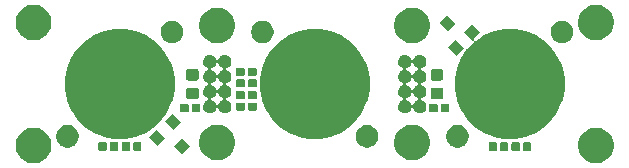
<source format=gbr>
G04 #@! TF.GenerationSoftware,KiCad,Pcbnew,(5.1.4)-1*
G04 #@! TF.CreationDate,2019-12-23T12:12:05-10:00*
G04 #@! TF.ProjectId,SkateLightLEDBoard,536b6174-654c-4696-9768-744c4544426f,rev?*
G04 #@! TF.SameCoordinates,Original*
G04 #@! TF.FileFunction,Soldermask,Top*
G04 #@! TF.FilePolarity,Negative*
%FSLAX46Y46*%
G04 Gerber Fmt 4.6, Leading zero omitted, Abs format (unit mm)*
G04 Created by KiCad (PCBNEW (5.1.4)-1) date 2019-12-23 12:12:05*
%MOMM*%
%LPD*%
G04 APERTURE LIST*
%ADD10C,0.100000*%
G04 APERTURE END LIST*
D10*
G36*
X24107379Y-3724543D02*
G01*
X24253388Y-3753586D01*
X24528464Y-3867526D01*
X24776025Y-4032941D01*
X24986559Y-4243475D01*
X25151974Y-4491036D01*
X25265914Y-4766112D01*
X25265914Y-4766113D01*
X25318251Y-5029225D01*
X25324000Y-5058130D01*
X25324000Y-5355870D01*
X25265914Y-5647888D01*
X25151974Y-5922964D01*
X24986559Y-6170525D01*
X24776025Y-6381059D01*
X24528464Y-6546474D01*
X24253388Y-6660414D01*
X24107379Y-6689457D01*
X23961371Y-6718500D01*
X23663629Y-6718500D01*
X23517621Y-6689457D01*
X23371612Y-6660414D01*
X23096536Y-6546474D01*
X22848975Y-6381059D01*
X22638441Y-6170525D01*
X22473026Y-5922964D01*
X22359086Y-5647888D01*
X22301000Y-5355870D01*
X22301000Y-5058130D01*
X22306750Y-5029225D01*
X22359086Y-4766113D01*
X22359086Y-4766112D01*
X22473026Y-4491036D01*
X22638441Y-4243475D01*
X22848975Y-4032941D01*
X23096536Y-3867526D01*
X23371612Y-3753586D01*
X23517621Y-3724543D01*
X23663629Y-3695500D01*
X23961371Y-3695500D01*
X24107379Y-3724543D01*
X24107379Y-3724543D01*
G37*
G36*
X-23517621Y-3724543D02*
G01*
X-23371612Y-3753586D01*
X-23096536Y-3867526D01*
X-22848975Y-4032941D01*
X-22638441Y-4243475D01*
X-22473026Y-4491036D01*
X-22359086Y-4766112D01*
X-22359086Y-4766113D01*
X-22306749Y-5029225D01*
X-22301000Y-5058130D01*
X-22301000Y-5355870D01*
X-22359086Y-5647888D01*
X-22473026Y-5922964D01*
X-22638441Y-6170525D01*
X-22848975Y-6381059D01*
X-23096536Y-6546474D01*
X-23371612Y-6660414D01*
X-23517621Y-6689457D01*
X-23663629Y-6718500D01*
X-23961371Y-6718500D01*
X-24107379Y-6689457D01*
X-24253388Y-6660414D01*
X-24528464Y-6546474D01*
X-24776025Y-6381059D01*
X-24986559Y-6170525D01*
X-25151974Y-5922964D01*
X-25265914Y-5647888D01*
X-25324000Y-5355870D01*
X-25324000Y-5058130D01*
X-25318250Y-5029225D01*
X-25265914Y-4766113D01*
X-25265914Y-4766112D01*
X-25151974Y-4491036D01*
X-24986559Y-4243475D01*
X-24776025Y-4032941D01*
X-24528464Y-3867526D01*
X-24253388Y-3753586D01*
X-24107379Y-3724543D01*
X-23961371Y-3695500D01*
X-23663629Y-3695500D01*
X-23517621Y-3724543D01*
X-23517621Y-3724543D01*
G37*
G36*
X8549879Y-3470543D02*
G01*
X8695888Y-3499586D01*
X8970964Y-3613526D01*
X9218525Y-3778941D01*
X9429059Y-3989475D01*
X9594474Y-4237036D01*
X9708414Y-4512112D01*
X9709320Y-4516667D01*
X9766500Y-4804129D01*
X9766500Y-5101871D01*
X9754601Y-5161690D01*
X9708414Y-5393888D01*
X9594474Y-5668964D01*
X9429059Y-5916525D01*
X9218525Y-6127059D01*
X8970964Y-6292474D01*
X8695888Y-6406414D01*
X8549879Y-6435457D01*
X8403871Y-6464500D01*
X8106129Y-6464500D01*
X7960121Y-6435457D01*
X7814112Y-6406414D01*
X7539036Y-6292474D01*
X7291475Y-6127059D01*
X7080941Y-5916525D01*
X6915526Y-5668964D01*
X6801586Y-5393888D01*
X6755399Y-5161690D01*
X6743500Y-5101871D01*
X6743500Y-4804129D01*
X6800680Y-4516667D01*
X6801586Y-4512112D01*
X6915526Y-4237036D01*
X7080941Y-3989475D01*
X7291475Y-3778941D01*
X7539036Y-3613526D01*
X7814112Y-3499586D01*
X7960121Y-3470543D01*
X8106129Y-3441500D01*
X8403871Y-3441500D01*
X8549879Y-3470543D01*
X8549879Y-3470543D01*
G37*
G36*
X-7960121Y-3470543D02*
G01*
X-7814112Y-3499586D01*
X-7539036Y-3613526D01*
X-7291475Y-3778941D01*
X-7080941Y-3989475D01*
X-6915526Y-4237036D01*
X-6801586Y-4512112D01*
X-6800680Y-4516667D01*
X-6743500Y-4804129D01*
X-6743500Y-5101871D01*
X-6755399Y-5161690D01*
X-6801586Y-5393888D01*
X-6915526Y-5668964D01*
X-7080941Y-5916525D01*
X-7291475Y-6127059D01*
X-7539036Y-6292474D01*
X-7814112Y-6406414D01*
X-7960121Y-6435457D01*
X-8106129Y-6464500D01*
X-8403871Y-6464500D01*
X-8549879Y-6435457D01*
X-8695888Y-6406414D01*
X-8970964Y-6292474D01*
X-9218525Y-6127059D01*
X-9429059Y-5916525D01*
X-9594474Y-5668964D01*
X-9708414Y-5393888D01*
X-9754601Y-5161690D01*
X-9766500Y-5101871D01*
X-9766500Y-4804129D01*
X-9709320Y-4516667D01*
X-9708414Y-4512112D01*
X-9594474Y-4237036D01*
X-9429059Y-3989475D01*
X-9218525Y-3778941D01*
X-8970964Y-3613526D01*
X-8695888Y-3499586D01*
X-8549879Y-3470543D01*
X-8403871Y-3441500D01*
X-8106129Y-3441500D01*
X-7960121Y-3470543D01*
X-7960121Y-3470543D01*
G37*
G36*
X-10557727Y-5314462D02*
G01*
X-11195538Y-5952273D01*
X-11904059Y-5243752D01*
X-11266248Y-4605941D01*
X-10557727Y-5314462D01*
X-10557727Y-5314462D01*
G37*
G36*
X18234918Y-4940316D02*
G01*
X18255537Y-4946571D01*
X18274533Y-4956724D01*
X18291188Y-4970392D01*
X18304856Y-4987047D01*
X18315009Y-5006043D01*
X18321264Y-5026662D01*
X18323980Y-5054240D01*
X18323980Y-5562960D01*
X18321264Y-5590538D01*
X18315009Y-5611157D01*
X18304856Y-5630153D01*
X18291188Y-5646808D01*
X18274533Y-5660476D01*
X18255537Y-5670629D01*
X18234918Y-5676884D01*
X18207340Y-5679600D01*
X17748620Y-5679600D01*
X17721042Y-5676884D01*
X17700423Y-5670629D01*
X17681427Y-5660476D01*
X17664772Y-5646808D01*
X17651104Y-5630153D01*
X17640951Y-5611157D01*
X17634696Y-5590538D01*
X17631980Y-5562960D01*
X17631980Y-5054240D01*
X17634696Y-5026662D01*
X17640951Y-5006043D01*
X17651104Y-4987047D01*
X17664772Y-4970392D01*
X17681427Y-4956724D01*
X17700423Y-4946571D01*
X17721042Y-4940316D01*
X17748620Y-4937600D01*
X18207340Y-4937600D01*
X18234918Y-4940316D01*
X18234918Y-4940316D01*
G37*
G36*
X17264918Y-4940316D02*
G01*
X17285537Y-4946571D01*
X17304533Y-4956724D01*
X17321188Y-4970392D01*
X17334856Y-4987047D01*
X17345009Y-5006043D01*
X17351264Y-5026662D01*
X17353980Y-5054240D01*
X17353980Y-5562960D01*
X17351264Y-5590538D01*
X17345009Y-5611157D01*
X17334856Y-5630153D01*
X17321188Y-5646808D01*
X17304533Y-5660476D01*
X17285537Y-5670629D01*
X17264918Y-5676884D01*
X17237340Y-5679600D01*
X16778620Y-5679600D01*
X16751042Y-5676884D01*
X16730423Y-5670629D01*
X16711427Y-5660476D01*
X16694772Y-5646808D01*
X16681104Y-5630153D01*
X16670951Y-5611157D01*
X16664696Y-5590538D01*
X16661980Y-5562960D01*
X16661980Y-5054240D01*
X16664696Y-5026662D01*
X16670951Y-5006043D01*
X16681104Y-4987047D01*
X16694772Y-4970392D01*
X16711427Y-4956724D01*
X16730423Y-4946571D01*
X16751042Y-4940316D01*
X16778620Y-4937600D01*
X17237340Y-4937600D01*
X17264918Y-4940316D01*
X17264918Y-4940316D01*
G37*
G36*
X16289418Y-4940316D02*
G01*
X16310037Y-4946571D01*
X16329033Y-4956724D01*
X16345688Y-4970392D01*
X16359356Y-4987047D01*
X16369509Y-5006043D01*
X16375764Y-5026662D01*
X16378480Y-5054240D01*
X16378480Y-5562960D01*
X16375764Y-5590538D01*
X16369509Y-5611157D01*
X16359356Y-5630153D01*
X16345688Y-5646808D01*
X16329033Y-5660476D01*
X16310037Y-5670629D01*
X16289418Y-5676884D01*
X16261840Y-5679600D01*
X15803120Y-5679600D01*
X15775542Y-5676884D01*
X15754923Y-5670629D01*
X15735927Y-5660476D01*
X15719272Y-5646808D01*
X15705604Y-5630153D01*
X15695451Y-5611157D01*
X15689196Y-5590538D01*
X15686480Y-5562960D01*
X15686480Y-5054240D01*
X15689196Y-5026662D01*
X15695451Y-5006043D01*
X15705604Y-4987047D01*
X15719272Y-4970392D01*
X15735927Y-4956724D01*
X15754923Y-4946571D01*
X15775542Y-4940316D01*
X15803120Y-4937600D01*
X16261840Y-4937600D01*
X16289418Y-4940316D01*
X16289418Y-4940316D01*
G37*
G36*
X15319418Y-4940316D02*
G01*
X15340037Y-4946571D01*
X15359033Y-4956724D01*
X15375688Y-4970392D01*
X15389356Y-4987047D01*
X15399509Y-5006043D01*
X15405764Y-5026662D01*
X15408480Y-5054240D01*
X15408480Y-5562960D01*
X15405764Y-5590538D01*
X15399509Y-5611157D01*
X15389356Y-5630153D01*
X15375688Y-5646808D01*
X15359033Y-5660476D01*
X15340037Y-5670629D01*
X15319418Y-5676884D01*
X15291840Y-5679600D01*
X14833120Y-5679600D01*
X14805542Y-5676884D01*
X14784923Y-5670629D01*
X14765927Y-5660476D01*
X14749272Y-5646808D01*
X14735604Y-5630153D01*
X14725451Y-5611157D01*
X14719196Y-5590538D01*
X14716480Y-5562960D01*
X14716480Y-5054240D01*
X14719196Y-5026662D01*
X14725451Y-5006043D01*
X14735604Y-4987047D01*
X14749272Y-4970392D01*
X14765927Y-4956724D01*
X14784923Y-4946571D01*
X14805542Y-4940316D01*
X14833120Y-4937600D01*
X15291840Y-4937600D01*
X15319418Y-4940316D01*
X15319418Y-4940316D01*
G37*
G36*
X-15734762Y-4917456D02*
G01*
X-15714143Y-4923711D01*
X-15695147Y-4933864D01*
X-15678492Y-4947532D01*
X-15664824Y-4964187D01*
X-15654671Y-4983183D01*
X-15648416Y-5003802D01*
X-15645700Y-5031380D01*
X-15645700Y-5540100D01*
X-15648416Y-5567678D01*
X-15654671Y-5588297D01*
X-15664824Y-5607293D01*
X-15678492Y-5623948D01*
X-15695147Y-5637616D01*
X-15714143Y-5647769D01*
X-15734762Y-5654024D01*
X-15762340Y-5656740D01*
X-16221060Y-5656740D01*
X-16248638Y-5654024D01*
X-16269257Y-5647769D01*
X-16288253Y-5637616D01*
X-16304908Y-5623948D01*
X-16318576Y-5607293D01*
X-16328729Y-5588297D01*
X-16334984Y-5567678D01*
X-16337700Y-5540100D01*
X-16337700Y-5031380D01*
X-16334984Y-5003802D01*
X-16328729Y-4983183D01*
X-16318576Y-4964187D01*
X-16304908Y-4947532D01*
X-16288253Y-4933864D01*
X-16269257Y-4923711D01*
X-16248638Y-4917456D01*
X-16221060Y-4914740D01*
X-15762340Y-4914740D01*
X-15734762Y-4917456D01*
X-15734762Y-4917456D01*
G37*
G36*
X-17703262Y-4917456D02*
G01*
X-17682643Y-4923711D01*
X-17663647Y-4933864D01*
X-17646992Y-4947532D01*
X-17633324Y-4964187D01*
X-17623171Y-4983183D01*
X-17616916Y-5003802D01*
X-17614200Y-5031380D01*
X-17614200Y-5540100D01*
X-17616916Y-5567678D01*
X-17623171Y-5588297D01*
X-17633324Y-5607293D01*
X-17646992Y-5623948D01*
X-17663647Y-5637616D01*
X-17682643Y-5647769D01*
X-17703262Y-5654024D01*
X-17730840Y-5656740D01*
X-18189560Y-5656740D01*
X-18217138Y-5654024D01*
X-18237757Y-5647769D01*
X-18256753Y-5637616D01*
X-18273408Y-5623948D01*
X-18287076Y-5607293D01*
X-18297229Y-5588297D01*
X-18303484Y-5567678D01*
X-18306200Y-5540100D01*
X-18306200Y-5031380D01*
X-18303484Y-5003802D01*
X-18297229Y-4983183D01*
X-18287076Y-4964187D01*
X-18273408Y-4947532D01*
X-18256753Y-4933864D01*
X-18237757Y-4923711D01*
X-18217138Y-4917456D01*
X-18189560Y-4914740D01*
X-17730840Y-4914740D01*
X-17703262Y-4917456D01*
X-17703262Y-4917456D01*
G37*
G36*
X-16733262Y-4917456D02*
G01*
X-16712643Y-4923711D01*
X-16693647Y-4933864D01*
X-16676992Y-4947532D01*
X-16663324Y-4964187D01*
X-16653171Y-4983183D01*
X-16646916Y-5003802D01*
X-16644200Y-5031380D01*
X-16644200Y-5540100D01*
X-16646916Y-5567678D01*
X-16653171Y-5588297D01*
X-16663324Y-5607293D01*
X-16676992Y-5623948D01*
X-16693647Y-5637616D01*
X-16712643Y-5647769D01*
X-16733262Y-5654024D01*
X-16760840Y-5656740D01*
X-17219560Y-5656740D01*
X-17247138Y-5654024D01*
X-17267757Y-5647769D01*
X-17286753Y-5637616D01*
X-17303408Y-5623948D01*
X-17317076Y-5607293D01*
X-17327229Y-5588297D01*
X-17333484Y-5567678D01*
X-17336200Y-5540100D01*
X-17336200Y-5031380D01*
X-17333484Y-5003802D01*
X-17327229Y-4983183D01*
X-17317076Y-4964187D01*
X-17303408Y-4947532D01*
X-17286753Y-4933864D01*
X-17267757Y-4923711D01*
X-17247138Y-4917456D01*
X-17219560Y-4914740D01*
X-16760840Y-4914740D01*
X-16733262Y-4917456D01*
X-16733262Y-4917456D01*
G37*
G36*
X-14764762Y-4917456D02*
G01*
X-14744143Y-4923711D01*
X-14725147Y-4933864D01*
X-14708492Y-4947532D01*
X-14694824Y-4964187D01*
X-14684671Y-4983183D01*
X-14678416Y-5003802D01*
X-14675700Y-5031380D01*
X-14675700Y-5540100D01*
X-14678416Y-5567678D01*
X-14684671Y-5588297D01*
X-14694824Y-5607293D01*
X-14708492Y-5623948D01*
X-14725147Y-5637616D01*
X-14744143Y-5647769D01*
X-14764762Y-5654024D01*
X-14792340Y-5656740D01*
X-15251060Y-5656740D01*
X-15278638Y-5654024D01*
X-15299257Y-5647769D01*
X-15318253Y-5637616D01*
X-15334908Y-5623948D01*
X-15348576Y-5607293D01*
X-15358729Y-5588297D01*
X-15364984Y-5567678D01*
X-15367700Y-5540100D01*
X-15367700Y-5031380D01*
X-15364984Y-5003802D01*
X-15358729Y-4983183D01*
X-15348576Y-4964187D01*
X-15334908Y-4947532D01*
X-15318253Y-4933864D01*
X-15299257Y-4923711D01*
X-15278638Y-4917456D01*
X-15251060Y-4914740D01*
X-14792340Y-4914740D01*
X-14764762Y-4917456D01*
X-14764762Y-4917456D01*
G37*
G36*
X-20655605Y-3508546D02*
G01*
X-20482534Y-3580234D01*
X-20482533Y-3580235D01*
X-20326773Y-3684310D01*
X-20194310Y-3816773D01*
X-20194309Y-3816775D01*
X-20090234Y-3972534D01*
X-20018546Y-4145605D01*
X-19982000Y-4329333D01*
X-19982000Y-4516667D01*
X-20018546Y-4700395D01*
X-20090234Y-4873466D01*
X-20123807Y-4923711D01*
X-20194310Y-5029227D01*
X-20326773Y-5161690D01*
X-20398790Y-5209810D01*
X-20482534Y-5265766D01*
X-20655605Y-5337454D01*
X-20839333Y-5374000D01*
X-21026667Y-5374000D01*
X-21210395Y-5337454D01*
X-21383466Y-5265766D01*
X-21467210Y-5209810D01*
X-21539227Y-5161690D01*
X-21671690Y-5029227D01*
X-21742193Y-4923711D01*
X-21775766Y-4873466D01*
X-21847454Y-4700395D01*
X-21884000Y-4516667D01*
X-21884000Y-4329333D01*
X-21847454Y-4145605D01*
X-21775766Y-3972534D01*
X-21671691Y-3816775D01*
X-21671690Y-3816773D01*
X-21539227Y-3684310D01*
X-21383467Y-3580235D01*
X-21383466Y-3580234D01*
X-21210395Y-3508546D01*
X-21026667Y-3472000D01*
X-20839333Y-3472000D01*
X-20655605Y-3508546D01*
X-20655605Y-3508546D01*
G37*
G36*
X4700395Y-3508546D02*
G01*
X4873466Y-3580234D01*
X4873467Y-3580235D01*
X5029227Y-3684310D01*
X5161690Y-3816773D01*
X5161691Y-3816775D01*
X5265766Y-3972534D01*
X5337454Y-4145605D01*
X5374000Y-4329333D01*
X5374000Y-4516667D01*
X5337454Y-4700395D01*
X5265766Y-4873466D01*
X5232193Y-4923711D01*
X5161690Y-5029227D01*
X5029227Y-5161690D01*
X4957210Y-5209810D01*
X4873466Y-5265766D01*
X4700395Y-5337454D01*
X4516667Y-5374000D01*
X4329333Y-5374000D01*
X4145605Y-5337454D01*
X3972534Y-5265766D01*
X3888790Y-5209810D01*
X3816773Y-5161690D01*
X3684310Y-5029227D01*
X3613807Y-4923711D01*
X3580234Y-4873466D01*
X3508546Y-4700395D01*
X3472000Y-4516667D01*
X3472000Y-4329333D01*
X3508546Y-4145605D01*
X3580234Y-3972534D01*
X3684309Y-3816775D01*
X3684310Y-3816773D01*
X3816773Y-3684310D01*
X3972533Y-3580235D01*
X3972534Y-3580234D01*
X4145605Y-3508546D01*
X4329333Y-3472000D01*
X4516667Y-3472000D01*
X4700395Y-3508546D01*
X4700395Y-3508546D01*
G37*
G36*
X12364395Y-3508546D02*
G01*
X12537466Y-3580234D01*
X12537467Y-3580235D01*
X12693227Y-3684310D01*
X12825690Y-3816773D01*
X12825691Y-3816775D01*
X12929766Y-3972534D01*
X13001454Y-4145605D01*
X13038000Y-4329333D01*
X13038000Y-4516667D01*
X13001454Y-4700395D01*
X12929766Y-4873466D01*
X12896193Y-4923711D01*
X12825690Y-5029227D01*
X12693227Y-5161690D01*
X12621210Y-5209810D01*
X12537466Y-5265766D01*
X12364395Y-5337454D01*
X12180667Y-5374000D01*
X11993333Y-5374000D01*
X11809605Y-5337454D01*
X11636534Y-5265766D01*
X11552790Y-5209810D01*
X11480773Y-5161690D01*
X11348310Y-5029227D01*
X11277807Y-4923711D01*
X11244234Y-4873466D01*
X11172546Y-4700395D01*
X11136000Y-4516667D01*
X11136000Y-4329333D01*
X11172546Y-4145605D01*
X11244234Y-3972534D01*
X11348309Y-3816775D01*
X11348310Y-3816773D01*
X11480773Y-3684310D01*
X11636533Y-3580235D01*
X11636534Y-3580234D01*
X11809605Y-3508546D01*
X11993333Y-3472000D01*
X12180667Y-3472000D01*
X12364395Y-3508546D01*
X12364395Y-3508546D01*
G37*
G36*
X-12643692Y-4572000D02*
G01*
X-13281503Y-5209811D01*
X-13990024Y-4501290D01*
X-13352213Y-3863479D01*
X-12643692Y-4572000D01*
X-12643692Y-4572000D01*
G37*
G36*
X13990024Y4374290D02*
G01*
X13487964Y3872230D01*
X13472424Y3853294D01*
X13460873Y3831683D01*
X13453760Y3808234D01*
X13451358Y3783848D01*
X13453760Y3759462D01*
X13460873Y3736013D01*
X13472424Y3714402D01*
X13487969Y3695460D01*
X13506911Y3679915D01*
X13528522Y3668364D01*
X13551971Y3661251D01*
X13576357Y3658849D01*
X13600743Y3661251D01*
X13624192Y3668364D01*
X13645803Y3679915D01*
X13872940Y3831683D01*
X14306925Y4121663D01*
X14916822Y4374290D01*
X15153354Y4472265D01*
X16051915Y4651000D01*
X16968085Y4651000D01*
X17866646Y4472265D01*
X18103178Y4374290D01*
X18713075Y4121663D01*
X19290240Y3736013D01*
X19474839Y3612668D01*
X20122668Y2964839D01*
X20175475Y2885808D01*
X20631663Y2203075D01*
X20812650Y1766133D01*
X20982265Y1356646D01*
X21161000Y458085D01*
X21161000Y-458085D01*
X20982265Y-1356646D01*
X20896401Y-1563940D01*
X20631663Y-2203075D01*
X20419916Y-2519976D01*
X20122668Y-2964839D01*
X19474839Y-3612668D01*
X19367619Y-3684310D01*
X18713075Y-4121663D01*
X18217249Y-4327041D01*
X17866646Y-4472265D01*
X16968085Y-4651000D01*
X16051915Y-4651000D01*
X15153354Y-4472265D01*
X14802751Y-4327041D01*
X14306925Y-4121663D01*
X13652381Y-3684310D01*
X13545161Y-3612668D01*
X12897332Y-2964839D01*
X12600084Y-2519976D01*
X12388337Y-2203075D01*
X12123599Y-1563940D01*
X12037735Y-1356646D01*
X11859000Y-458085D01*
X11859000Y458085D01*
X12037735Y1356646D01*
X12207350Y1766133D01*
X12388337Y2203075D01*
X12830085Y2864197D01*
X12841636Y2885808D01*
X12848749Y2909257D01*
X12851108Y2933205D01*
X12852735Y2933699D01*
X12874346Y2945250D01*
X12893288Y2960795D01*
X13422205Y3489712D01*
X13437750Y3508654D01*
X13449301Y3530265D01*
X13456414Y3553714D01*
X13458816Y3578100D01*
X13456414Y3602486D01*
X13449301Y3625935D01*
X13437750Y3647546D01*
X13422205Y3666488D01*
X13352214Y3736480D01*
X13352213Y3736479D01*
X12643692Y4445000D01*
X13281503Y5082811D01*
X13990024Y4374290D01*
X13990024Y4374290D01*
G37*
G36*
X1356646Y4472265D02*
G01*
X1593178Y4374290D01*
X2203075Y4121663D01*
X2780240Y3736013D01*
X2964839Y3612668D01*
X3612668Y2964839D01*
X3665475Y2885808D01*
X4121663Y2203075D01*
X4302650Y1766133D01*
X4472265Y1356646D01*
X4651000Y458085D01*
X4651000Y-458085D01*
X4472265Y-1356646D01*
X4386401Y-1563940D01*
X4121663Y-2203075D01*
X3909916Y-2519976D01*
X3612668Y-2964839D01*
X2964839Y-3612668D01*
X2857619Y-3684310D01*
X2203075Y-4121663D01*
X1707249Y-4327041D01*
X1356646Y-4472265D01*
X458085Y-4651000D01*
X-458085Y-4651000D01*
X-1356646Y-4472265D01*
X-1707249Y-4327041D01*
X-2203075Y-4121663D01*
X-2857619Y-3684310D01*
X-2964839Y-3612668D01*
X-3612668Y-2964839D01*
X-3909916Y-2519976D01*
X-4121663Y-2203075D01*
X-4386401Y-1563940D01*
X-4472265Y-1356646D01*
X-4651000Y-458085D01*
X-4651000Y458085D01*
X-4472265Y1356646D01*
X-4302650Y1766133D01*
X-4121663Y2203075D01*
X-3665475Y2885808D01*
X-3612668Y2964839D01*
X-2964839Y3612668D01*
X-2780240Y3736013D01*
X-2203075Y4121663D01*
X-1593178Y4374290D01*
X-1356646Y4472265D01*
X-458085Y4651000D01*
X458085Y4651000D01*
X1356646Y4472265D01*
X1356646Y4472265D01*
G37*
G36*
X-15153354Y4472265D02*
G01*
X-14916822Y4374290D01*
X-14306925Y4121663D01*
X-13729760Y3736013D01*
X-13545161Y3612668D01*
X-12897332Y2964839D01*
X-12844525Y2885808D01*
X-12388337Y2203075D01*
X-12207350Y1766133D01*
X-12037735Y1356646D01*
X-11859000Y458085D01*
X-11859000Y-458085D01*
X-12037735Y-1356646D01*
X-12123599Y-1563940D01*
X-12388337Y-2203075D01*
X-12600084Y-2519976D01*
X-12897332Y-2964839D01*
X-13545161Y-3612668D01*
X-13652381Y-3684310D01*
X-14306925Y-4121663D01*
X-14802751Y-4327041D01*
X-15153354Y-4472265D01*
X-16051915Y-4651000D01*
X-16968085Y-4651000D01*
X-17866646Y-4472265D01*
X-18217249Y-4327041D01*
X-18713075Y-4121663D01*
X-19367619Y-3684310D01*
X-19474839Y-3612668D01*
X-20122668Y-2964839D01*
X-20419916Y-2519976D01*
X-20631663Y-2203075D01*
X-20896401Y-1563940D01*
X-20982265Y-1356646D01*
X-21161000Y-458085D01*
X-21161000Y458085D01*
X-20982265Y1356646D01*
X-20812650Y1766133D01*
X-20631663Y2203075D01*
X-20175475Y2885808D01*
X-20122668Y2964839D01*
X-19474839Y3612668D01*
X-19290240Y3736013D01*
X-18713075Y4121663D01*
X-18103178Y4374290D01*
X-17866646Y4472265D01*
X-16968085Y4651000D01*
X-16051915Y4651000D01*
X-15153354Y4472265D01*
X-15153354Y4472265D01*
G37*
G36*
X-11300189Y-3228497D02*
G01*
X-11938000Y-3866308D01*
X-12646521Y-3157787D01*
X-12008710Y-2519976D01*
X-11300189Y-3228497D01*
X-11300189Y-3228497D01*
G37*
G36*
X7783051Y2442520D02*
G01*
X7833920Y2421449D01*
X7884786Y2400380D01*
X7976342Y2339204D01*
X8054204Y2261342D01*
X8115380Y2169786D01*
X8139516Y2111515D01*
X8151068Y2089905D01*
X8166613Y2070963D01*
X8185555Y2055418D01*
X8207166Y2043867D01*
X8230615Y2036754D01*
X8255001Y2034352D01*
X8279387Y2036754D01*
X8302836Y2043867D01*
X8324446Y2055419D01*
X8343388Y2070964D01*
X8358933Y2089906D01*
X8370484Y2111515D01*
X8394620Y2169786D01*
X8455796Y2261342D01*
X8533658Y2339204D01*
X8625214Y2400380D01*
X8676080Y2421449D01*
X8726949Y2442520D01*
X8834941Y2464000D01*
X8945059Y2464000D01*
X9053051Y2442520D01*
X9103920Y2421449D01*
X9154786Y2400380D01*
X9246342Y2339204D01*
X9324204Y2261342D01*
X9385380Y2169786D01*
X9406449Y2118920D01*
X9427520Y2068051D01*
X9449000Y1960059D01*
X9449000Y1849941D01*
X9427520Y1741949D01*
X9418467Y1720094D01*
X9385380Y1640214D01*
X9324204Y1548658D01*
X9246342Y1470796D01*
X9154786Y1409620D01*
X9096515Y1385484D01*
X9074905Y1373932D01*
X9055963Y1358387D01*
X9040418Y1339445D01*
X9028867Y1317834D01*
X9021754Y1294385D01*
X9019352Y1269999D01*
X9021754Y1245613D01*
X9028867Y1222164D01*
X9040419Y1200554D01*
X9055964Y1181612D01*
X9074906Y1166067D01*
X9096513Y1154517D01*
X9154786Y1130380D01*
X9246342Y1069204D01*
X9324204Y991342D01*
X9385380Y899786D01*
X9403699Y855560D01*
X9427520Y798051D01*
X9449000Y690059D01*
X9449000Y579941D01*
X9427520Y471949D01*
X9409516Y428485D01*
X9385380Y370214D01*
X9324204Y278658D01*
X9246342Y200796D01*
X9154786Y139620D01*
X9096515Y115484D01*
X9074905Y103932D01*
X9055963Y88387D01*
X9040418Y69445D01*
X9028867Y47834D01*
X9021754Y24385D01*
X9019352Y-1D01*
X9021754Y-24387D01*
X9028867Y-47836D01*
X9040419Y-69446D01*
X9055964Y-88388D01*
X9074906Y-103933D01*
X9096513Y-115483D01*
X9154786Y-139620D01*
X9246342Y-200796D01*
X9324204Y-278658D01*
X9385380Y-370214D01*
X9402452Y-411431D01*
X9427520Y-471949D01*
X9449000Y-579941D01*
X9449000Y-690059D01*
X9427520Y-798051D01*
X9418467Y-819906D01*
X9385380Y-899786D01*
X9324204Y-991342D01*
X9246342Y-1069204D01*
X9154786Y-1130380D01*
X9096515Y-1154516D01*
X9074905Y-1166068D01*
X9055963Y-1181613D01*
X9040418Y-1200555D01*
X9028867Y-1222166D01*
X9021754Y-1245615D01*
X9019352Y-1270001D01*
X9021754Y-1294387D01*
X9028867Y-1317836D01*
X9040419Y-1339446D01*
X9055964Y-1358388D01*
X9074906Y-1373933D01*
X9096513Y-1385483D01*
X9154786Y-1409620D01*
X9246342Y-1470796D01*
X9324204Y-1548658D01*
X9385380Y-1640214D01*
X9398022Y-1670736D01*
X9427520Y-1741949D01*
X9449000Y-1849941D01*
X9449000Y-1960059D01*
X9427520Y-2068051D01*
X9418467Y-2089906D01*
X9385380Y-2169786D01*
X9324204Y-2261342D01*
X9246342Y-2339204D01*
X9154786Y-2400380D01*
X9103920Y-2421449D01*
X9053051Y-2442520D01*
X8945059Y-2464000D01*
X8834941Y-2464000D01*
X8726949Y-2442520D01*
X8676080Y-2421449D01*
X8625214Y-2400380D01*
X8533658Y-2339204D01*
X8455796Y-2261342D01*
X8394620Y-2169786D01*
X8370483Y-2111513D01*
X8358932Y-2089905D01*
X8343387Y-2070963D01*
X8324445Y-2055418D01*
X8302834Y-2043867D01*
X8279385Y-2036754D01*
X8254999Y-2034352D01*
X8230613Y-2036754D01*
X8207164Y-2043867D01*
X8185554Y-2055419D01*
X8166612Y-2070964D01*
X8151067Y-2089906D01*
X8139517Y-2111513D01*
X8115380Y-2169786D01*
X8054204Y-2261342D01*
X7976342Y-2339204D01*
X7884786Y-2400380D01*
X7833920Y-2421449D01*
X7783051Y-2442520D01*
X7675059Y-2464000D01*
X7564941Y-2464000D01*
X7456949Y-2442520D01*
X7406080Y-2421449D01*
X7355214Y-2400380D01*
X7263658Y-2339204D01*
X7185796Y-2261342D01*
X7124620Y-2169786D01*
X7091533Y-2089906D01*
X7082480Y-2068051D01*
X7061000Y-1960059D01*
X7061000Y-1849941D01*
X7082480Y-1741949D01*
X7111978Y-1670736D01*
X7124620Y-1640214D01*
X7185796Y-1548658D01*
X7263658Y-1470796D01*
X7355214Y-1409620D01*
X7413487Y-1385483D01*
X7435095Y-1373932D01*
X7454037Y-1358387D01*
X7469582Y-1339445D01*
X7481133Y-1317834D01*
X7488246Y-1294385D01*
X7490647Y-1270001D01*
X7749352Y-1270001D01*
X7751754Y-1294387D01*
X7758867Y-1317836D01*
X7770419Y-1339446D01*
X7785964Y-1358388D01*
X7804906Y-1373933D01*
X7826513Y-1385483D01*
X7884786Y-1409620D01*
X7976342Y-1470796D01*
X8054204Y-1548658D01*
X8115380Y-1640214D01*
X8136066Y-1690156D01*
X8139516Y-1698485D01*
X8151068Y-1720095D01*
X8166613Y-1739037D01*
X8185555Y-1754582D01*
X8207166Y-1766133D01*
X8230615Y-1773246D01*
X8255001Y-1775648D01*
X8279387Y-1773246D01*
X8302836Y-1766133D01*
X8324446Y-1754581D01*
X8343388Y-1739036D01*
X8358933Y-1720094D01*
X8370484Y-1698485D01*
X8373934Y-1690156D01*
X8394620Y-1640214D01*
X8455796Y-1548658D01*
X8533658Y-1470796D01*
X8625214Y-1409620D01*
X8683487Y-1385483D01*
X8705095Y-1373932D01*
X8724037Y-1358387D01*
X8739582Y-1339445D01*
X8751133Y-1317834D01*
X8758246Y-1294385D01*
X8760648Y-1269999D01*
X8758246Y-1245613D01*
X8751133Y-1222164D01*
X8739581Y-1200554D01*
X8724036Y-1181612D01*
X8705094Y-1166067D01*
X8683485Y-1154516D01*
X8625214Y-1130380D01*
X8533658Y-1069204D01*
X8455796Y-991342D01*
X8394620Y-899786D01*
X8370483Y-841513D01*
X8358932Y-819905D01*
X8343387Y-800963D01*
X8324445Y-785418D01*
X8302834Y-773867D01*
X8279385Y-766754D01*
X8254999Y-764352D01*
X8230613Y-766754D01*
X8207164Y-773867D01*
X8185554Y-785419D01*
X8166612Y-800964D01*
X8151067Y-819906D01*
X8139517Y-841513D01*
X8115380Y-899786D01*
X8054204Y-991342D01*
X7976342Y-1069204D01*
X7884786Y-1130380D01*
X7826515Y-1154516D01*
X7804905Y-1166068D01*
X7785963Y-1181613D01*
X7770418Y-1200555D01*
X7758867Y-1222166D01*
X7751754Y-1245615D01*
X7749352Y-1270001D01*
X7490647Y-1270001D01*
X7490648Y-1269999D01*
X7488246Y-1245613D01*
X7481133Y-1222164D01*
X7469581Y-1200554D01*
X7454036Y-1181612D01*
X7435094Y-1166067D01*
X7413485Y-1154516D01*
X7355214Y-1130380D01*
X7263658Y-1069204D01*
X7185796Y-991342D01*
X7124620Y-899786D01*
X7091533Y-819906D01*
X7082480Y-798051D01*
X7061000Y-690059D01*
X7061000Y-579941D01*
X7082480Y-471949D01*
X7107548Y-411431D01*
X7124620Y-370214D01*
X7185796Y-278658D01*
X7263658Y-200796D01*
X7355214Y-139620D01*
X7413487Y-115483D01*
X7435095Y-103932D01*
X7454037Y-88387D01*
X7469582Y-69445D01*
X7481133Y-47834D01*
X7488246Y-24385D01*
X7490647Y-1D01*
X7749352Y-1D01*
X7751754Y-24387D01*
X7758867Y-47836D01*
X7770419Y-69446D01*
X7785964Y-88388D01*
X7804906Y-103933D01*
X7826513Y-115483D01*
X7884786Y-139620D01*
X7976342Y-200796D01*
X8054204Y-278658D01*
X8115380Y-370214D01*
X8132452Y-411431D01*
X8139516Y-428485D01*
X8151068Y-450095D01*
X8166613Y-469037D01*
X8185555Y-484582D01*
X8207166Y-496133D01*
X8230615Y-503246D01*
X8255001Y-505648D01*
X8279387Y-503246D01*
X8302836Y-496133D01*
X8324446Y-484581D01*
X8343388Y-469036D01*
X8358933Y-450094D01*
X8370484Y-428485D01*
X8377548Y-411431D01*
X8394620Y-370214D01*
X8455796Y-278658D01*
X8533658Y-200796D01*
X8625214Y-139620D01*
X8683487Y-115483D01*
X8705095Y-103932D01*
X8724037Y-88387D01*
X8739582Y-69445D01*
X8751133Y-47834D01*
X8758246Y-24385D01*
X8760648Y1D01*
X8758246Y24387D01*
X8751133Y47836D01*
X8739581Y69446D01*
X8724036Y88388D01*
X8705094Y103933D01*
X8683485Y115484D01*
X8625214Y139620D01*
X8533658Y200796D01*
X8455796Y278658D01*
X8394620Y370214D01*
X8370483Y428487D01*
X8358932Y450095D01*
X8343387Y469037D01*
X8324445Y484582D01*
X8302834Y496133D01*
X8279385Y503246D01*
X8254999Y505648D01*
X8230613Y503246D01*
X8207164Y496133D01*
X8185554Y484581D01*
X8166612Y469036D01*
X8151067Y450094D01*
X8139517Y428487D01*
X8115380Y370214D01*
X8054204Y278658D01*
X7976342Y200796D01*
X7884786Y139620D01*
X7826515Y115484D01*
X7804905Y103932D01*
X7785963Y88387D01*
X7770418Y69445D01*
X7758867Y47834D01*
X7751754Y24385D01*
X7749352Y-1D01*
X7490647Y-1D01*
X7490648Y1D01*
X7488246Y24387D01*
X7481133Y47836D01*
X7469581Y69446D01*
X7454036Y88388D01*
X7435094Y103933D01*
X7413485Y115484D01*
X7355214Y139620D01*
X7263658Y200796D01*
X7185796Y278658D01*
X7124620Y370214D01*
X7100484Y428485D01*
X7082480Y471949D01*
X7061000Y579941D01*
X7061000Y690059D01*
X7082480Y798051D01*
X7106301Y855560D01*
X7124620Y899786D01*
X7185796Y991342D01*
X7263658Y1069204D01*
X7355214Y1130380D01*
X7413487Y1154517D01*
X7435095Y1166068D01*
X7454037Y1181613D01*
X7469582Y1200555D01*
X7481133Y1222166D01*
X7488246Y1245615D01*
X7490647Y1269999D01*
X7749352Y1269999D01*
X7751754Y1245613D01*
X7758867Y1222164D01*
X7770419Y1200554D01*
X7785964Y1181612D01*
X7804906Y1166067D01*
X7826513Y1154517D01*
X7884786Y1130380D01*
X7976342Y1069204D01*
X8054204Y991342D01*
X8115380Y899786D01*
X8139516Y841515D01*
X8151068Y819905D01*
X8166613Y800963D01*
X8185555Y785418D01*
X8207166Y773867D01*
X8230615Y766754D01*
X8255001Y764352D01*
X8279387Y766754D01*
X8302836Y773867D01*
X8324446Y785419D01*
X8343388Y800964D01*
X8358933Y819906D01*
X8370484Y841515D01*
X8394620Y899786D01*
X8455796Y991342D01*
X8533658Y1069204D01*
X8625214Y1130380D01*
X8683487Y1154517D01*
X8705095Y1166068D01*
X8724037Y1181613D01*
X8739582Y1200555D01*
X8751133Y1222166D01*
X8758246Y1245615D01*
X8760648Y1270001D01*
X8758246Y1294387D01*
X8751133Y1317836D01*
X8739581Y1339446D01*
X8724036Y1358388D01*
X8705094Y1373933D01*
X8683485Y1385484D01*
X8625214Y1409620D01*
X8533658Y1470796D01*
X8455796Y1548658D01*
X8394620Y1640214D01*
X8370483Y1698487D01*
X8358932Y1720095D01*
X8343387Y1739037D01*
X8324445Y1754582D01*
X8302834Y1766133D01*
X8279385Y1773246D01*
X8254999Y1775648D01*
X8230613Y1773246D01*
X8207164Y1766133D01*
X8185554Y1754581D01*
X8166612Y1739036D01*
X8151067Y1720094D01*
X8139517Y1698487D01*
X8115380Y1640214D01*
X8054204Y1548658D01*
X7976342Y1470796D01*
X7884786Y1409620D01*
X7826515Y1385484D01*
X7804905Y1373932D01*
X7785963Y1358387D01*
X7770418Y1339445D01*
X7758867Y1317834D01*
X7751754Y1294385D01*
X7749352Y1269999D01*
X7490647Y1269999D01*
X7490648Y1270001D01*
X7488246Y1294387D01*
X7481133Y1317836D01*
X7469581Y1339446D01*
X7454036Y1358388D01*
X7435094Y1373933D01*
X7413485Y1385484D01*
X7355214Y1409620D01*
X7263658Y1470796D01*
X7185796Y1548658D01*
X7124620Y1640214D01*
X7091533Y1720094D01*
X7082480Y1741949D01*
X7061000Y1849941D01*
X7061000Y1960059D01*
X7082480Y2068051D01*
X7103551Y2118920D01*
X7124620Y2169786D01*
X7185796Y2261342D01*
X7263658Y2339204D01*
X7355214Y2400380D01*
X7406080Y2421449D01*
X7456949Y2442520D01*
X7564941Y2464000D01*
X7675059Y2464000D01*
X7783051Y2442520D01*
X7783051Y2442520D01*
G37*
G36*
X-8726949Y2442520D02*
G01*
X-8676080Y2421449D01*
X-8625214Y2400380D01*
X-8533658Y2339204D01*
X-8455796Y2261342D01*
X-8394620Y2169786D01*
X-8370484Y2111515D01*
X-8358932Y2089905D01*
X-8343387Y2070963D01*
X-8324445Y2055418D01*
X-8302834Y2043867D01*
X-8279385Y2036754D01*
X-8254999Y2034352D01*
X-8230613Y2036754D01*
X-8207164Y2043867D01*
X-8185554Y2055419D01*
X-8166612Y2070964D01*
X-8151067Y2089906D01*
X-8139516Y2111515D01*
X-8115380Y2169786D01*
X-8054204Y2261342D01*
X-7976342Y2339204D01*
X-7884786Y2400380D01*
X-7833920Y2421449D01*
X-7783051Y2442520D01*
X-7675059Y2464000D01*
X-7564941Y2464000D01*
X-7456949Y2442520D01*
X-7406080Y2421449D01*
X-7355214Y2400380D01*
X-7263658Y2339204D01*
X-7185796Y2261342D01*
X-7124620Y2169786D01*
X-7103551Y2118920D01*
X-7082480Y2068051D01*
X-7061000Y1960059D01*
X-7061000Y1849941D01*
X-7082480Y1741949D01*
X-7091533Y1720094D01*
X-7124620Y1640214D01*
X-7185796Y1548658D01*
X-7263658Y1470796D01*
X-7355214Y1409620D01*
X-7413485Y1385484D01*
X-7435095Y1373932D01*
X-7454037Y1358387D01*
X-7469582Y1339445D01*
X-7481133Y1317834D01*
X-7488246Y1294385D01*
X-7490648Y1269999D01*
X-7488246Y1245613D01*
X-7481133Y1222164D01*
X-7469581Y1200554D01*
X-7454036Y1181612D01*
X-7435094Y1166067D01*
X-7413487Y1154517D01*
X-7355214Y1130380D01*
X-7263658Y1069204D01*
X-7185796Y991342D01*
X-7124620Y899786D01*
X-7106301Y855560D01*
X-7082480Y798051D01*
X-7061000Y690059D01*
X-7061000Y579941D01*
X-7082480Y471949D01*
X-7100484Y428485D01*
X-7124620Y370214D01*
X-7185796Y278658D01*
X-7263658Y200796D01*
X-7355214Y139620D01*
X-7413485Y115484D01*
X-7435095Y103932D01*
X-7454037Y88387D01*
X-7469582Y69445D01*
X-7481133Y47834D01*
X-7488246Y24385D01*
X-7490648Y-1D01*
X-7488246Y-24387D01*
X-7481133Y-47836D01*
X-7469581Y-69446D01*
X-7454036Y-88388D01*
X-7435094Y-103933D01*
X-7413487Y-115483D01*
X-7355214Y-139620D01*
X-7263658Y-200796D01*
X-7185796Y-278658D01*
X-7124620Y-370214D01*
X-7107548Y-411431D01*
X-7082480Y-471949D01*
X-7061000Y-579941D01*
X-7061000Y-690059D01*
X-7082480Y-798051D01*
X-7091533Y-819906D01*
X-7124620Y-899786D01*
X-7185796Y-991342D01*
X-7263658Y-1069204D01*
X-7355214Y-1130380D01*
X-7413485Y-1154516D01*
X-7435095Y-1166068D01*
X-7454037Y-1181613D01*
X-7469582Y-1200555D01*
X-7481133Y-1222166D01*
X-7488246Y-1245615D01*
X-7490648Y-1270001D01*
X-7488246Y-1294387D01*
X-7481133Y-1317836D01*
X-7469581Y-1339446D01*
X-7454036Y-1358388D01*
X-7435094Y-1373933D01*
X-7413487Y-1385483D01*
X-7355214Y-1409620D01*
X-7263658Y-1470796D01*
X-7185796Y-1548658D01*
X-7124620Y-1640214D01*
X-7111978Y-1670736D01*
X-7082480Y-1741949D01*
X-7061000Y-1849941D01*
X-7061000Y-1960059D01*
X-7082480Y-2068051D01*
X-7091533Y-2089906D01*
X-7124620Y-2169786D01*
X-7185796Y-2261342D01*
X-7263658Y-2339204D01*
X-7355214Y-2400380D01*
X-7406080Y-2421449D01*
X-7456949Y-2442520D01*
X-7564941Y-2464000D01*
X-7675059Y-2464000D01*
X-7783051Y-2442520D01*
X-7833920Y-2421449D01*
X-7884786Y-2400380D01*
X-7976342Y-2339204D01*
X-8054204Y-2261342D01*
X-8115380Y-2169786D01*
X-8139517Y-2111513D01*
X-8151068Y-2089905D01*
X-8166613Y-2070963D01*
X-8185555Y-2055418D01*
X-8207166Y-2043867D01*
X-8230615Y-2036754D01*
X-8255001Y-2034352D01*
X-8279387Y-2036754D01*
X-8302836Y-2043867D01*
X-8324446Y-2055419D01*
X-8343388Y-2070964D01*
X-8358933Y-2089906D01*
X-8370483Y-2111513D01*
X-8394620Y-2169786D01*
X-8455796Y-2261342D01*
X-8533658Y-2339204D01*
X-8625214Y-2400380D01*
X-8676080Y-2421449D01*
X-8726949Y-2442520D01*
X-8834941Y-2464000D01*
X-8945059Y-2464000D01*
X-9053051Y-2442520D01*
X-9103920Y-2421449D01*
X-9154786Y-2400380D01*
X-9246342Y-2339204D01*
X-9324204Y-2261342D01*
X-9385380Y-2169786D01*
X-9418467Y-2089906D01*
X-9427520Y-2068051D01*
X-9449000Y-1960059D01*
X-9449000Y-1849941D01*
X-9427520Y-1741949D01*
X-9398022Y-1670736D01*
X-9385380Y-1640214D01*
X-9324204Y-1548658D01*
X-9246342Y-1470796D01*
X-9154786Y-1409620D01*
X-9096513Y-1385483D01*
X-9074905Y-1373932D01*
X-9055963Y-1358387D01*
X-9040418Y-1339445D01*
X-9028867Y-1317834D01*
X-9021754Y-1294385D01*
X-9019353Y-1270001D01*
X-8760648Y-1270001D01*
X-8758246Y-1294387D01*
X-8751133Y-1317836D01*
X-8739581Y-1339446D01*
X-8724036Y-1358388D01*
X-8705094Y-1373933D01*
X-8683487Y-1385483D01*
X-8625214Y-1409620D01*
X-8533658Y-1470796D01*
X-8455796Y-1548658D01*
X-8394620Y-1640214D01*
X-8373934Y-1690156D01*
X-8370484Y-1698485D01*
X-8358932Y-1720095D01*
X-8343387Y-1739037D01*
X-8324445Y-1754582D01*
X-8302834Y-1766133D01*
X-8279385Y-1773246D01*
X-8254999Y-1775648D01*
X-8230613Y-1773246D01*
X-8207164Y-1766133D01*
X-8185554Y-1754581D01*
X-8166612Y-1739036D01*
X-8151067Y-1720094D01*
X-8139516Y-1698485D01*
X-8136066Y-1690156D01*
X-8115380Y-1640214D01*
X-8054204Y-1548658D01*
X-7976342Y-1470796D01*
X-7884786Y-1409620D01*
X-7826513Y-1385483D01*
X-7804905Y-1373932D01*
X-7785963Y-1358387D01*
X-7770418Y-1339445D01*
X-7758867Y-1317834D01*
X-7751754Y-1294385D01*
X-7749352Y-1269999D01*
X-7751754Y-1245613D01*
X-7758867Y-1222164D01*
X-7770419Y-1200554D01*
X-7785964Y-1181612D01*
X-7804906Y-1166067D01*
X-7826515Y-1154516D01*
X-7884786Y-1130380D01*
X-7976342Y-1069204D01*
X-8054204Y-991342D01*
X-8115380Y-899786D01*
X-8139517Y-841513D01*
X-8151068Y-819905D01*
X-8166613Y-800963D01*
X-8185555Y-785418D01*
X-8207166Y-773867D01*
X-8230615Y-766754D01*
X-8255001Y-764352D01*
X-8279387Y-766754D01*
X-8302836Y-773867D01*
X-8324446Y-785419D01*
X-8343388Y-800964D01*
X-8358933Y-819906D01*
X-8370483Y-841513D01*
X-8394620Y-899786D01*
X-8455796Y-991342D01*
X-8533658Y-1069204D01*
X-8625214Y-1130380D01*
X-8683485Y-1154516D01*
X-8705095Y-1166068D01*
X-8724037Y-1181613D01*
X-8739582Y-1200555D01*
X-8751133Y-1222166D01*
X-8758246Y-1245615D01*
X-8760648Y-1270001D01*
X-9019353Y-1270001D01*
X-9019352Y-1269999D01*
X-9021754Y-1245613D01*
X-9028867Y-1222164D01*
X-9040419Y-1200554D01*
X-9055964Y-1181612D01*
X-9074906Y-1166067D01*
X-9096515Y-1154516D01*
X-9154786Y-1130380D01*
X-9246342Y-1069204D01*
X-9324204Y-991342D01*
X-9385380Y-899786D01*
X-9418467Y-819906D01*
X-9427520Y-798051D01*
X-9449000Y-690059D01*
X-9449000Y-579941D01*
X-9427520Y-471949D01*
X-9402452Y-411431D01*
X-9385380Y-370214D01*
X-9324204Y-278658D01*
X-9246342Y-200796D01*
X-9154786Y-139620D01*
X-9096513Y-115483D01*
X-9074905Y-103932D01*
X-9055963Y-88387D01*
X-9040418Y-69445D01*
X-9028867Y-47834D01*
X-9021754Y-24385D01*
X-9019353Y-1D01*
X-8760648Y-1D01*
X-8758246Y-24387D01*
X-8751133Y-47836D01*
X-8739581Y-69446D01*
X-8724036Y-88388D01*
X-8705094Y-103933D01*
X-8683487Y-115483D01*
X-8625214Y-139620D01*
X-8533658Y-200796D01*
X-8455796Y-278658D01*
X-8394620Y-370214D01*
X-8377548Y-411431D01*
X-8370484Y-428485D01*
X-8358932Y-450095D01*
X-8343387Y-469037D01*
X-8324445Y-484582D01*
X-8302834Y-496133D01*
X-8279385Y-503246D01*
X-8254999Y-505648D01*
X-8230613Y-503246D01*
X-8207164Y-496133D01*
X-8185554Y-484581D01*
X-8166612Y-469036D01*
X-8151067Y-450094D01*
X-8139516Y-428485D01*
X-8132452Y-411431D01*
X-8115380Y-370214D01*
X-8054204Y-278658D01*
X-7976342Y-200796D01*
X-7884786Y-139620D01*
X-7826513Y-115483D01*
X-7804905Y-103932D01*
X-7785963Y-88387D01*
X-7770418Y-69445D01*
X-7758867Y-47834D01*
X-7751754Y-24385D01*
X-7749352Y1D01*
X-7751754Y24387D01*
X-7758867Y47836D01*
X-7770419Y69446D01*
X-7785964Y88388D01*
X-7804906Y103933D01*
X-7826515Y115484D01*
X-7884786Y139620D01*
X-7976342Y200796D01*
X-8054204Y278658D01*
X-8115380Y370214D01*
X-8139517Y428487D01*
X-8151068Y450095D01*
X-8166613Y469037D01*
X-8185555Y484582D01*
X-8207166Y496133D01*
X-8230615Y503246D01*
X-8255001Y505648D01*
X-8279387Y503246D01*
X-8302836Y496133D01*
X-8324446Y484581D01*
X-8343388Y469036D01*
X-8358933Y450094D01*
X-8370483Y428487D01*
X-8394620Y370214D01*
X-8455796Y278658D01*
X-8533658Y200796D01*
X-8625214Y139620D01*
X-8683485Y115484D01*
X-8705095Y103932D01*
X-8724037Y88387D01*
X-8739582Y69445D01*
X-8751133Y47834D01*
X-8758246Y24385D01*
X-8760648Y-1D01*
X-9019353Y-1D01*
X-9019352Y1D01*
X-9021754Y24387D01*
X-9028867Y47836D01*
X-9040419Y69446D01*
X-9055964Y88388D01*
X-9074906Y103933D01*
X-9096515Y115484D01*
X-9154786Y139620D01*
X-9246342Y200796D01*
X-9324204Y278658D01*
X-9385380Y370214D01*
X-9409516Y428485D01*
X-9427520Y471949D01*
X-9449000Y579941D01*
X-9449000Y690059D01*
X-9427520Y798051D01*
X-9403699Y855560D01*
X-9385380Y899786D01*
X-9324204Y991342D01*
X-9246342Y1069204D01*
X-9154786Y1130380D01*
X-9096513Y1154517D01*
X-9074905Y1166068D01*
X-9055963Y1181613D01*
X-9040418Y1200555D01*
X-9028867Y1222166D01*
X-9021754Y1245615D01*
X-9019353Y1269999D01*
X-8760648Y1269999D01*
X-8758246Y1245613D01*
X-8751133Y1222164D01*
X-8739581Y1200554D01*
X-8724036Y1181612D01*
X-8705094Y1166067D01*
X-8683487Y1154517D01*
X-8625214Y1130380D01*
X-8533658Y1069204D01*
X-8455796Y991342D01*
X-8394620Y899786D01*
X-8370484Y841515D01*
X-8358932Y819905D01*
X-8343387Y800963D01*
X-8324445Y785418D01*
X-8302834Y773867D01*
X-8279385Y766754D01*
X-8254999Y764352D01*
X-8230613Y766754D01*
X-8207164Y773867D01*
X-8185554Y785419D01*
X-8166612Y800964D01*
X-8151067Y819906D01*
X-8139516Y841515D01*
X-8115380Y899786D01*
X-8054204Y991342D01*
X-7976342Y1069204D01*
X-7884786Y1130380D01*
X-7826513Y1154517D01*
X-7804905Y1166068D01*
X-7785963Y1181613D01*
X-7770418Y1200555D01*
X-7758867Y1222166D01*
X-7751754Y1245615D01*
X-7749352Y1270001D01*
X-7751754Y1294387D01*
X-7758867Y1317836D01*
X-7770419Y1339446D01*
X-7785964Y1358388D01*
X-7804906Y1373933D01*
X-7826515Y1385484D01*
X-7884786Y1409620D01*
X-7976342Y1470796D01*
X-8054204Y1548658D01*
X-8115380Y1640214D01*
X-8139517Y1698487D01*
X-8151068Y1720095D01*
X-8166613Y1739037D01*
X-8185555Y1754582D01*
X-8207166Y1766133D01*
X-8230615Y1773246D01*
X-8255001Y1775648D01*
X-8279387Y1773246D01*
X-8302836Y1766133D01*
X-8324446Y1754581D01*
X-8343388Y1739036D01*
X-8358933Y1720094D01*
X-8370483Y1698487D01*
X-8394620Y1640214D01*
X-8455796Y1548658D01*
X-8533658Y1470796D01*
X-8625214Y1409620D01*
X-8683485Y1385484D01*
X-8705095Y1373932D01*
X-8724037Y1358387D01*
X-8739582Y1339445D01*
X-8751133Y1317834D01*
X-8758246Y1294385D01*
X-8760648Y1269999D01*
X-9019353Y1269999D01*
X-9019352Y1270001D01*
X-9021754Y1294387D01*
X-9028867Y1317836D01*
X-9040419Y1339446D01*
X-9055964Y1358388D01*
X-9074906Y1373933D01*
X-9096515Y1385484D01*
X-9154786Y1409620D01*
X-9246342Y1470796D01*
X-9324204Y1548658D01*
X-9385380Y1640214D01*
X-9418467Y1720094D01*
X-9427520Y1741949D01*
X-9449000Y1849941D01*
X-9449000Y1960059D01*
X-9427520Y2068051D01*
X-9406449Y2118920D01*
X-9385380Y2169786D01*
X-9324204Y2261342D01*
X-9246342Y2339204D01*
X-9154786Y2400380D01*
X-9103920Y2421449D01*
X-9053051Y2442520D01*
X-8945059Y2464000D01*
X-8834941Y2464000D01*
X-8726949Y2442520D01*
X-8726949Y2442520D01*
G37*
G36*
X-10769062Y-1663716D02*
G01*
X-10748443Y-1669971D01*
X-10729447Y-1680124D01*
X-10712792Y-1693792D01*
X-10699124Y-1710447D01*
X-10688971Y-1729443D01*
X-10682716Y-1750062D01*
X-10680000Y-1777640D01*
X-10680000Y-2286360D01*
X-10682716Y-2313938D01*
X-10688971Y-2334557D01*
X-10699124Y-2353553D01*
X-10712792Y-2370208D01*
X-10729447Y-2383876D01*
X-10748443Y-2394029D01*
X-10769062Y-2400284D01*
X-10796640Y-2403000D01*
X-11255360Y-2403000D01*
X-11282938Y-2400284D01*
X-11303557Y-2394029D01*
X-11322553Y-2383876D01*
X-11339208Y-2370208D01*
X-11352876Y-2353553D01*
X-11363029Y-2334557D01*
X-11369284Y-2313938D01*
X-11372000Y-2286360D01*
X-11372000Y-1777640D01*
X-11369284Y-1750062D01*
X-11363029Y-1729443D01*
X-11352876Y-1710447D01*
X-11339208Y-1693792D01*
X-11322553Y-1680124D01*
X-11303557Y-1669971D01*
X-11282938Y-1663716D01*
X-11255360Y-1661000D01*
X-10796640Y-1661000D01*
X-10769062Y-1663716D01*
X-10769062Y-1663716D01*
G37*
G36*
X-9799062Y-1663716D02*
G01*
X-9778443Y-1669971D01*
X-9759447Y-1680124D01*
X-9742792Y-1693792D01*
X-9729124Y-1710447D01*
X-9718971Y-1729443D01*
X-9712716Y-1750062D01*
X-9710000Y-1777640D01*
X-9710000Y-2286360D01*
X-9712716Y-2313938D01*
X-9718971Y-2334557D01*
X-9729124Y-2353553D01*
X-9742792Y-2370208D01*
X-9759447Y-2383876D01*
X-9778443Y-2394029D01*
X-9799062Y-2400284D01*
X-9826640Y-2403000D01*
X-10285360Y-2403000D01*
X-10312938Y-2400284D01*
X-10333557Y-2394029D01*
X-10352553Y-2383876D01*
X-10369208Y-2370208D01*
X-10382876Y-2353553D01*
X-10393029Y-2334557D01*
X-10399284Y-2313938D01*
X-10402000Y-2286360D01*
X-10402000Y-1777640D01*
X-10399284Y-1750062D01*
X-10393029Y-1729443D01*
X-10382876Y-1710447D01*
X-10369208Y-1693792D01*
X-10352553Y-1680124D01*
X-10333557Y-1669971D01*
X-10312938Y-1663716D01*
X-10285360Y-1661000D01*
X-9826640Y-1661000D01*
X-9799062Y-1663716D01*
X-9799062Y-1663716D01*
G37*
G36*
X10312938Y-1663716D02*
G01*
X10333557Y-1669971D01*
X10352553Y-1680124D01*
X10369208Y-1693792D01*
X10382876Y-1710447D01*
X10393029Y-1729443D01*
X10399284Y-1750062D01*
X10402000Y-1777640D01*
X10402000Y-2286360D01*
X10399284Y-2313938D01*
X10393029Y-2334557D01*
X10382876Y-2353553D01*
X10369208Y-2370208D01*
X10352553Y-2383876D01*
X10333557Y-2394029D01*
X10312938Y-2400284D01*
X10285360Y-2403000D01*
X9826640Y-2403000D01*
X9799062Y-2400284D01*
X9778443Y-2394029D01*
X9759447Y-2383876D01*
X9742792Y-2370208D01*
X9729124Y-2353553D01*
X9718971Y-2334557D01*
X9712716Y-2313938D01*
X9710000Y-2286360D01*
X9710000Y-1777640D01*
X9712716Y-1750062D01*
X9718971Y-1729443D01*
X9729124Y-1710447D01*
X9742792Y-1693792D01*
X9759447Y-1680124D01*
X9778443Y-1669971D01*
X9799062Y-1663716D01*
X9826640Y-1661000D01*
X10285360Y-1661000D01*
X10312938Y-1663716D01*
X10312938Y-1663716D01*
G37*
G36*
X11282938Y-1663716D02*
G01*
X11303557Y-1669971D01*
X11322553Y-1680124D01*
X11339208Y-1693792D01*
X11352876Y-1710447D01*
X11363029Y-1729443D01*
X11369284Y-1750062D01*
X11372000Y-1777640D01*
X11372000Y-2286360D01*
X11369284Y-2313938D01*
X11363029Y-2334557D01*
X11352876Y-2353553D01*
X11339208Y-2370208D01*
X11322553Y-2383876D01*
X11303557Y-2394029D01*
X11282938Y-2400284D01*
X11255360Y-2403000D01*
X10796640Y-2403000D01*
X10769062Y-2400284D01*
X10748443Y-2394029D01*
X10729447Y-2383876D01*
X10712792Y-2370208D01*
X10699124Y-2353553D01*
X10688971Y-2334557D01*
X10682716Y-2313938D01*
X10680000Y-2286360D01*
X10680000Y-1777640D01*
X10682716Y-1750062D01*
X10688971Y-1729443D01*
X10699124Y-1710447D01*
X10712792Y-1693792D01*
X10729447Y-1680124D01*
X10748443Y-1669971D01*
X10769062Y-1663716D01*
X10796640Y-1661000D01*
X11255360Y-1661000D01*
X11282938Y-1663716D01*
X11282938Y-1663716D01*
G37*
G36*
X-4998722Y-1566656D02*
G01*
X-4978103Y-1572911D01*
X-4959107Y-1583064D01*
X-4942452Y-1596732D01*
X-4928784Y-1613387D01*
X-4918631Y-1632383D01*
X-4912376Y-1653002D01*
X-4909660Y-1680580D01*
X-4909660Y-2139300D01*
X-4912376Y-2166878D01*
X-4918631Y-2187497D01*
X-4928784Y-2206493D01*
X-4942452Y-2223148D01*
X-4959107Y-2236816D01*
X-4978103Y-2246969D01*
X-4998722Y-2253224D01*
X-5026300Y-2255940D01*
X-5535020Y-2255940D01*
X-5562598Y-2253224D01*
X-5583217Y-2246969D01*
X-5602213Y-2236816D01*
X-5618868Y-2223148D01*
X-5632536Y-2206493D01*
X-5642689Y-2187497D01*
X-5648944Y-2166878D01*
X-5651660Y-2139300D01*
X-5651660Y-1680580D01*
X-5648944Y-1653002D01*
X-5642689Y-1632383D01*
X-5632536Y-1613387D01*
X-5618868Y-1596732D01*
X-5602213Y-1583064D01*
X-5583217Y-1572911D01*
X-5562598Y-1566656D01*
X-5535020Y-1563940D01*
X-5026300Y-1563940D01*
X-4998722Y-1566656D01*
X-4998722Y-1566656D01*
G37*
G36*
X-6014722Y-1566656D02*
G01*
X-5994103Y-1572911D01*
X-5975107Y-1583064D01*
X-5958452Y-1596732D01*
X-5944784Y-1613387D01*
X-5934631Y-1632383D01*
X-5928376Y-1653002D01*
X-5925660Y-1680580D01*
X-5925660Y-2139300D01*
X-5928376Y-2166878D01*
X-5934631Y-2187497D01*
X-5944784Y-2206493D01*
X-5958452Y-2223148D01*
X-5975107Y-2236816D01*
X-5994103Y-2246969D01*
X-6014722Y-2253224D01*
X-6042300Y-2255940D01*
X-6551020Y-2255940D01*
X-6578598Y-2253224D01*
X-6599217Y-2246969D01*
X-6618213Y-2236816D01*
X-6634868Y-2223148D01*
X-6648536Y-2206493D01*
X-6658689Y-2187497D01*
X-6664944Y-2166878D01*
X-6667660Y-2139300D01*
X-6667660Y-1680580D01*
X-6664944Y-1653002D01*
X-6658689Y-1632383D01*
X-6648536Y-1613387D01*
X-6634868Y-1596732D01*
X-6618213Y-1583064D01*
X-6599217Y-1572911D01*
X-6578598Y-1566656D01*
X-6551020Y-1563940D01*
X-6042300Y-1563940D01*
X-6014722Y-1566656D01*
X-6014722Y-1566656D01*
G37*
G36*
X-4998722Y-596656D02*
G01*
X-4978103Y-602911D01*
X-4959107Y-613064D01*
X-4942452Y-626732D01*
X-4928784Y-643387D01*
X-4918631Y-662383D01*
X-4912376Y-683002D01*
X-4909660Y-710580D01*
X-4909660Y-1169300D01*
X-4912376Y-1196878D01*
X-4918631Y-1217497D01*
X-4928784Y-1236493D01*
X-4942452Y-1253148D01*
X-4959107Y-1266816D01*
X-4978103Y-1276969D01*
X-4998722Y-1283224D01*
X-5026300Y-1285940D01*
X-5535020Y-1285940D01*
X-5562598Y-1283224D01*
X-5583217Y-1276969D01*
X-5602213Y-1266816D01*
X-5618868Y-1253148D01*
X-5632536Y-1236493D01*
X-5642689Y-1217497D01*
X-5648944Y-1196878D01*
X-5651660Y-1169300D01*
X-5651660Y-710580D01*
X-5648944Y-683002D01*
X-5642689Y-662383D01*
X-5632536Y-643387D01*
X-5618868Y-626732D01*
X-5602213Y-613064D01*
X-5583217Y-602911D01*
X-5562598Y-596656D01*
X-5535020Y-593940D01*
X-5026300Y-593940D01*
X-4998722Y-596656D01*
X-4998722Y-596656D01*
G37*
G36*
X-6014722Y-596656D02*
G01*
X-5994103Y-602911D01*
X-5975107Y-613064D01*
X-5958452Y-626732D01*
X-5944784Y-643387D01*
X-5934631Y-662383D01*
X-5928376Y-683002D01*
X-5925660Y-710580D01*
X-5925660Y-1169300D01*
X-5928376Y-1196878D01*
X-5934631Y-1217497D01*
X-5944784Y-1236493D01*
X-5958452Y-1253148D01*
X-5975107Y-1266816D01*
X-5994103Y-1276969D01*
X-6014722Y-1283224D01*
X-6042300Y-1285940D01*
X-6551020Y-1285940D01*
X-6578598Y-1283224D01*
X-6599217Y-1276969D01*
X-6618213Y-1266816D01*
X-6634868Y-1253148D01*
X-6648536Y-1236493D01*
X-6658689Y-1217497D01*
X-6664944Y-1196878D01*
X-6667660Y-1169300D01*
X-6667660Y-710580D01*
X-6664944Y-683002D01*
X-6658689Y-662383D01*
X-6648536Y-643387D01*
X-6634868Y-626732D01*
X-6618213Y-613064D01*
X-6599217Y-602911D01*
X-6578598Y-596656D01*
X-6551020Y-593940D01*
X-6042300Y-593940D01*
X-6014722Y-596656D01*
X-6014722Y-596656D01*
G37*
G36*
X-9970909Y-303085D02*
G01*
X-9936931Y-313393D01*
X-9905610Y-330134D01*
X-9878161Y-352661D01*
X-9855634Y-380110D01*
X-9838893Y-411431D01*
X-9828585Y-445409D01*
X-9824500Y-486890D01*
X-9824500Y-1088110D01*
X-9828585Y-1129591D01*
X-9838893Y-1163569D01*
X-9855634Y-1194890D01*
X-9878161Y-1222339D01*
X-9905610Y-1244866D01*
X-9936931Y-1261607D01*
X-9970909Y-1271915D01*
X-10012390Y-1276000D01*
X-10688610Y-1276000D01*
X-10730091Y-1271915D01*
X-10764069Y-1261607D01*
X-10795390Y-1244866D01*
X-10822839Y-1222339D01*
X-10845366Y-1194890D01*
X-10862107Y-1163569D01*
X-10872415Y-1129591D01*
X-10876500Y-1088110D01*
X-10876500Y-486890D01*
X-10872415Y-445409D01*
X-10862107Y-411431D01*
X-10845366Y-380110D01*
X-10822839Y-352661D01*
X-10795390Y-330134D01*
X-10764069Y-313393D01*
X-10730091Y-303085D01*
X-10688610Y-299000D01*
X-10012390Y-299000D01*
X-9970909Y-303085D01*
X-9970909Y-303085D01*
G37*
G36*
X10730091Y-303085D02*
G01*
X10764069Y-313393D01*
X10795390Y-330134D01*
X10822839Y-352661D01*
X10845366Y-380110D01*
X10862107Y-411431D01*
X10872415Y-445409D01*
X10876500Y-486890D01*
X10876500Y-1088110D01*
X10872415Y-1129591D01*
X10862107Y-1163569D01*
X10845366Y-1194890D01*
X10822839Y-1222339D01*
X10795390Y-1244866D01*
X10764069Y-1261607D01*
X10730091Y-1271915D01*
X10688610Y-1276000D01*
X10012390Y-1276000D01*
X9970909Y-1271915D01*
X9936931Y-1261607D01*
X9905610Y-1244866D01*
X9878161Y-1222339D01*
X9855634Y-1194890D01*
X9838893Y-1163569D01*
X9828585Y-1129591D01*
X9824500Y-1088110D01*
X9824500Y-486890D01*
X9828585Y-445409D01*
X9838893Y-411431D01*
X9855634Y-380110D01*
X9878161Y-352661D01*
X9905610Y-330134D01*
X9936931Y-313393D01*
X9970909Y-303085D01*
X10012390Y-299000D01*
X10688610Y-299000D01*
X10730091Y-303085D01*
X10730091Y-303085D01*
G37*
G36*
X-4998722Y401844D02*
G01*
X-4978103Y395589D01*
X-4959107Y385436D01*
X-4942452Y371768D01*
X-4928784Y355113D01*
X-4918631Y336117D01*
X-4912376Y315498D01*
X-4909660Y287920D01*
X-4909660Y-170800D01*
X-4912376Y-198378D01*
X-4918631Y-218997D01*
X-4928784Y-237993D01*
X-4942452Y-254648D01*
X-4959107Y-268316D01*
X-4978103Y-278469D01*
X-4998722Y-284724D01*
X-5026300Y-287440D01*
X-5535020Y-287440D01*
X-5562598Y-284724D01*
X-5583217Y-278469D01*
X-5602213Y-268316D01*
X-5618868Y-254648D01*
X-5632536Y-237993D01*
X-5642689Y-218997D01*
X-5648944Y-198378D01*
X-5651660Y-170800D01*
X-5651660Y287920D01*
X-5648944Y315498D01*
X-5642689Y336117D01*
X-5632536Y355113D01*
X-5618868Y371768D01*
X-5602213Y385436D01*
X-5583217Y395589D01*
X-5562598Y401844D01*
X-5535020Y404560D01*
X-5026300Y404560D01*
X-4998722Y401844D01*
X-4998722Y401844D01*
G37*
G36*
X-6014722Y401844D02*
G01*
X-5994103Y395589D01*
X-5975107Y385436D01*
X-5958452Y371768D01*
X-5944784Y355113D01*
X-5934631Y336117D01*
X-5928376Y315498D01*
X-5925660Y287920D01*
X-5925660Y-170800D01*
X-5928376Y-198378D01*
X-5934631Y-218997D01*
X-5944784Y-237993D01*
X-5958452Y-254648D01*
X-5975107Y-268316D01*
X-5994103Y-278469D01*
X-6014722Y-284724D01*
X-6042300Y-287440D01*
X-6551020Y-287440D01*
X-6578598Y-284724D01*
X-6599217Y-278469D01*
X-6618213Y-268316D01*
X-6634868Y-254648D01*
X-6648536Y-237993D01*
X-6658689Y-218997D01*
X-6664944Y-198378D01*
X-6667660Y-170800D01*
X-6667660Y287920D01*
X-6664944Y315498D01*
X-6658689Y336117D01*
X-6648536Y355113D01*
X-6634868Y371768D01*
X-6618213Y385436D01*
X-6599217Y395589D01*
X-6578598Y401844D01*
X-6551020Y404560D01*
X-6042300Y404560D01*
X-6014722Y401844D01*
X-6014722Y401844D01*
G37*
G36*
X10730091Y1271915D02*
G01*
X10764069Y1261607D01*
X10795390Y1244866D01*
X10822839Y1222339D01*
X10845366Y1194890D01*
X10862107Y1163569D01*
X10872415Y1129591D01*
X10876500Y1088110D01*
X10876500Y486890D01*
X10872415Y445409D01*
X10862107Y411431D01*
X10845366Y380110D01*
X10822839Y352661D01*
X10795390Y330134D01*
X10764069Y313393D01*
X10730091Y303085D01*
X10688610Y299000D01*
X10012390Y299000D01*
X9970909Y303085D01*
X9936931Y313393D01*
X9905610Y330134D01*
X9878161Y352661D01*
X9855634Y380110D01*
X9838893Y411431D01*
X9828585Y445409D01*
X9824500Y486890D01*
X9824500Y1088110D01*
X9828585Y1129591D01*
X9838893Y1163569D01*
X9855634Y1194890D01*
X9878161Y1222339D01*
X9905610Y1244866D01*
X9936931Y1261607D01*
X9970909Y1271915D01*
X10012390Y1276000D01*
X10688610Y1276000D01*
X10730091Y1271915D01*
X10730091Y1271915D01*
G37*
G36*
X-9970909Y1271915D02*
G01*
X-9936931Y1261607D01*
X-9905610Y1244866D01*
X-9878161Y1222339D01*
X-9855634Y1194890D01*
X-9838893Y1163569D01*
X-9828585Y1129591D01*
X-9824500Y1088110D01*
X-9824500Y486890D01*
X-9828585Y445409D01*
X-9838893Y411431D01*
X-9855634Y380110D01*
X-9878161Y352661D01*
X-9905610Y330134D01*
X-9936931Y313393D01*
X-9970909Y303085D01*
X-10012390Y299000D01*
X-10688610Y299000D01*
X-10730091Y303085D01*
X-10764069Y313393D01*
X-10795390Y330134D01*
X-10822839Y352661D01*
X-10845366Y380110D01*
X-10862107Y411431D01*
X-10872415Y445409D01*
X-10876500Y486890D01*
X-10876500Y1088110D01*
X-10872415Y1129591D01*
X-10862107Y1163569D01*
X-10845366Y1194890D01*
X-10822839Y1222339D01*
X-10795390Y1244866D01*
X-10764069Y1261607D01*
X-10730091Y1271915D01*
X-10688610Y1276000D01*
X-10012390Y1276000D01*
X-9970909Y1271915D01*
X-9970909Y1271915D01*
G37*
G36*
X-4998722Y1371844D02*
G01*
X-4978103Y1365589D01*
X-4959107Y1355436D01*
X-4942452Y1341768D01*
X-4928784Y1325113D01*
X-4918631Y1306117D01*
X-4912376Y1285498D01*
X-4909660Y1257920D01*
X-4909660Y799200D01*
X-4912376Y771622D01*
X-4918631Y751003D01*
X-4928784Y732007D01*
X-4942452Y715352D01*
X-4959107Y701684D01*
X-4978103Y691531D01*
X-4998722Y685276D01*
X-5026300Y682560D01*
X-5535020Y682560D01*
X-5562598Y685276D01*
X-5583217Y691531D01*
X-5602213Y701684D01*
X-5618868Y715352D01*
X-5632536Y732007D01*
X-5642689Y751003D01*
X-5648944Y771622D01*
X-5651660Y799200D01*
X-5651660Y1257920D01*
X-5648944Y1285498D01*
X-5642689Y1306117D01*
X-5632536Y1325113D01*
X-5618868Y1341768D01*
X-5602213Y1355436D01*
X-5583217Y1365589D01*
X-5562598Y1371844D01*
X-5535020Y1374560D01*
X-5026300Y1374560D01*
X-4998722Y1371844D01*
X-4998722Y1371844D01*
G37*
G36*
X-6014722Y1371844D02*
G01*
X-5994103Y1365589D01*
X-5975107Y1355436D01*
X-5958452Y1341768D01*
X-5944784Y1325113D01*
X-5934631Y1306117D01*
X-5928376Y1285498D01*
X-5925660Y1257920D01*
X-5925660Y799200D01*
X-5928376Y771622D01*
X-5934631Y751003D01*
X-5944784Y732007D01*
X-5958452Y715352D01*
X-5975107Y701684D01*
X-5994103Y691531D01*
X-6014722Y685276D01*
X-6042300Y682560D01*
X-6551020Y682560D01*
X-6578598Y685276D01*
X-6599217Y691531D01*
X-6618213Y701684D01*
X-6634868Y715352D01*
X-6648536Y732007D01*
X-6658689Y751003D01*
X-6664944Y771622D01*
X-6667660Y799200D01*
X-6667660Y1257920D01*
X-6664944Y1285498D01*
X-6658689Y1306117D01*
X-6648536Y1325113D01*
X-6634868Y1341768D01*
X-6618213Y1355436D01*
X-6599217Y1365589D01*
X-6578598Y1371844D01*
X-6551020Y1374560D01*
X-6042300Y1374560D01*
X-6014722Y1371844D01*
X-6014722Y1371844D01*
G37*
G36*
X12646521Y3030787D02*
G01*
X12647382Y3029925D01*
X12637770Y3022036D01*
X12008710Y2392976D01*
X11300189Y3101497D01*
X11938000Y3739308D01*
X12646521Y3030787D01*
X12646521Y3030787D01*
G37*
G36*
X8549879Y6435457D02*
G01*
X8695888Y6406414D01*
X8970964Y6292474D01*
X9218525Y6127059D01*
X9429059Y5916525D01*
X9594474Y5668964D01*
X9708414Y5393888D01*
X9766500Y5101870D01*
X9766500Y4804130D01*
X9708414Y4512112D01*
X9594474Y4237036D01*
X9429059Y3989475D01*
X9218525Y3778941D01*
X8970964Y3613526D01*
X8695888Y3499586D01*
X8557204Y3472000D01*
X8403871Y3441500D01*
X8106129Y3441500D01*
X7952796Y3472000D01*
X7814112Y3499586D01*
X7539036Y3613526D01*
X7291475Y3778941D01*
X7080941Y3989475D01*
X6915526Y4237036D01*
X6801586Y4512112D01*
X6743500Y4804130D01*
X6743500Y5101870D01*
X6801586Y5393888D01*
X6915526Y5668964D01*
X7080941Y5916525D01*
X7291475Y6127059D01*
X7539036Y6292474D01*
X7814112Y6406414D01*
X7960121Y6435457D01*
X8106129Y6464500D01*
X8403871Y6464500D01*
X8549879Y6435457D01*
X8549879Y6435457D01*
G37*
G36*
X-7960121Y6435457D02*
G01*
X-7814112Y6406414D01*
X-7539036Y6292474D01*
X-7291475Y6127059D01*
X-7080941Y5916525D01*
X-6915526Y5668964D01*
X-6801586Y5393888D01*
X-6743500Y5101870D01*
X-6743500Y4804130D01*
X-6801586Y4512112D01*
X-6915526Y4237036D01*
X-7080941Y3989475D01*
X-7291475Y3778941D01*
X-7539036Y3613526D01*
X-7814112Y3499586D01*
X-7952796Y3472000D01*
X-8106129Y3441500D01*
X-8403871Y3441500D01*
X-8557204Y3472000D01*
X-8695888Y3499586D01*
X-8970964Y3613526D01*
X-9218525Y3778941D01*
X-9429059Y3989475D01*
X-9594474Y4237036D01*
X-9708414Y4512112D01*
X-9766500Y4804130D01*
X-9766500Y5101870D01*
X-9708414Y5393888D01*
X-9594474Y5668964D01*
X-9429059Y5916525D01*
X-9218525Y6127059D01*
X-8970964Y6292474D01*
X-8695888Y6406414D01*
X-8549879Y6435457D01*
X-8403871Y6464500D01*
X-8106129Y6464500D01*
X-7960121Y6435457D01*
X-7960121Y6435457D01*
G37*
G36*
X-11809605Y5337454D02*
G01*
X-11636534Y5265766D01*
X-11636533Y5265765D01*
X-11480773Y5161690D01*
X-11348310Y5029227D01*
X-11348309Y5029225D01*
X-11244234Y4873466D01*
X-11172546Y4700395D01*
X-11136000Y4516667D01*
X-11136000Y4329333D01*
X-11172546Y4145605D01*
X-11244234Y3972534D01*
X-11244235Y3972533D01*
X-11348310Y3816773D01*
X-11480773Y3684310D01*
X-11559182Y3631919D01*
X-11636534Y3580234D01*
X-11809605Y3508546D01*
X-11993333Y3472000D01*
X-12180667Y3472000D01*
X-12364395Y3508546D01*
X-12537466Y3580234D01*
X-12614818Y3631919D01*
X-12693227Y3684310D01*
X-12825690Y3816773D01*
X-12929765Y3972533D01*
X-12929766Y3972534D01*
X-13001454Y4145605D01*
X-13038000Y4329333D01*
X-13038000Y4516667D01*
X-13001454Y4700395D01*
X-12929766Y4873466D01*
X-12825691Y5029225D01*
X-12825690Y5029227D01*
X-12693227Y5161690D01*
X-12537467Y5265765D01*
X-12537466Y5265766D01*
X-12364395Y5337454D01*
X-12180667Y5374000D01*
X-11993333Y5374000D01*
X-11809605Y5337454D01*
X-11809605Y5337454D01*
G37*
G36*
X21210395Y5337454D02*
G01*
X21383466Y5265766D01*
X21383467Y5265765D01*
X21539227Y5161690D01*
X21671690Y5029227D01*
X21671691Y5029225D01*
X21775766Y4873466D01*
X21847454Y4700395D01*
X21884000Y4516667D01*
X21884000Y4329333D01*
X21847454Y4145605D01*
X21775766Y3972534D01*
X21775765Y3972533D01*
X21671690Y3816773D01*
X21539227Y3684310D01*
X21460818Y3631919D01*
X21383466Y3580234D01*
X21210395Y3508546D01*
X21026667Y3472000D01*
X20839333Y3472000D01*
X20655605Y3508546D01*
X20482534Y3580234D01*
X20405182Y3631919D01*
X20326773Y3684310D01*
X20194310Y3816773D01*
X20090235Y3972533D01*
X20090234Y3972534D01*
X20018546Y4145605D01*
X19982000Y4329333D01*
X19982000Y4516667D01*
X20018546Y4700395D01*
X20090234Y4873466D01*
X20194309Y5029225D01*
X20194310Y5029227D01*
X20326773Y5161690D01*
X20482533Y5265765D01*
X20482534Y5265766D01*
X20655605Y5337454D01*
X20839333Y5374000D01*
X21026667Y5374000D01*
X21210395Y5337454D01*
X21210395Y5337454D01*
G37*
G36*
X-4145605Y5337454D02*
G01*
X-3972534Y5265766D01*
X-3972533Y5265765D01*
X-3816773Y5161690D01*
X-3684310Y5029227D01*
X-3684309Y5029225D01*
X-3580234Y4873466D01*
X-3508546Y4700395D01*
X-3472000Y4516667D01*
X-3472000Y4329333D01*
X-3508546Y4145605D01*
X-3580234Y3972534D01*
X-3580235Y3972533D01*
X-3684310Y3816773D01*
X-3816773Y3684310D01*
X-3895182Y3631919D01*
X-3972534Y3580234D01*
X-4145605Y3508546D01*
X-4329333Y3472000D01*
X-4516667Y3472000D01*
X-4700395Y3508546D01*
X-4873466Y3580234D01*
X-4950818Y3631919D01*
X-5029227Y3684310D01*
X-5161690Y3816773D01*
X-5265765Y3972533D01*
X-5265766Y3972534D01*
X-5337454Y4145605D01*
X-5374000Y4329333D01*
X-5374000Y4516667D01*
X-5337454Y4700395D01*
X-5265766Y4873466D01*
X-5161691Y5029225D01*
X-5161690Y5029227D01*
X-5029227Y5161690D01*
X-4873467Y5265765D01*
X-4873466Y5265766D01*
X-4700395Y5337454D01*
X-4516667Y5374000D01*
X-4329333Y5374000D01*
X-4145605Y5337454D01*
X-4145605Y5337454D01*
G37*
G36*
X24107379Y6689457D02*
G01*
X24253388Y6660414D01*
X24528464Y6546474D01*
X24776025Y6381059D01*
X24986559Y6170525D01*
X25151974Y5922964D01*
X25265914Y5647888D01*
X25265914Y5647887D01*
X25324000Y5355871D01*
X25324000Y5058129D01*
X25294957Y4912121D01*
X25265914Y4766112D01*
X25151974Y4491036D01*
X24986559Y4243475D01*
X24776025Y4032941D01*
X24528464Y3867526D01*
X24253388Y3753586D01*
X24107379Y3724543D01*
X23961371Y3695500D01*
X23663629Y3695500D01*
X23517621Y3724543D01*
X23371612Y3753586D01*
X23096536Y3867526D01*
X22848975Y4032941D01*
X22638441Y4243475D01*
X22473026Y4491036D01*
X22359086Y4766112D01*
X22330043Y4912121D01*
X22301000Y5058129D01*
X22301000Y5355871D01*
X22359086Y5647887D01*
X22359086Y5647888D01*
X22473026Y5922964D01*
X22638441Y6170525D01*
X22848975Y6381059D01*
X23096536Y6546474D01*
X23371612Y6660414D01*
X23517621Y6689457D01*
X23663629Y6718500D01*
X23961371Y6718500D01*
X24107379Y6689457D01*
X24107379Y6689457D01*
G37*
G36*
X-23517621Y6689457D02*
G01*
X-23371612Y6660414D01*
X-23096536Y6546474D01*
X-22848975Y6381059D01*
X-22638441Y6170525D01*
X-22473026Y5922964D01*
X-22359086Y5647888D01*
X-22359086Y5647887D01*
X-22301000Y5355871D01*
X-22301000Y5058129D01*
X-22330043Y4912121D01*
X-22359086Y4766112D01*
X-22473026Y4491036D01*
X-22638441Y4243475D01*
X-22848975Y4032941D01*
X-23096536Y3867526D01*
X-23371612Y3753586D01*
X-23517621Y3724543D01*
X-23663629Y3695500D01*
X-23961371Y3695500D01*
X-24107379Y3724543D01*
X-24253388Y3753586D01*
X-24528464Y3867526D01*
X-24776025Y4032941D01*
X-24986559Y4243475D01*
X-25151974Y4491036D01*
X-25265914Y4766112D01*
X-25294957Y4912121D01*
X-25324000Y5058129D01*
X-25324000Y5355871D01*
X-25265914Y5647887D01*
X-25265914Y5647888D01*
X-25151974Y5922964D01*
X-24986559Y6170525D01*
X-24776025Y6381059D01*
X-24528464Y6546474D01*
X-24253388Y6660414D01*
X-24107379Y6689457D01*
X-23961371Y6718500D01*
X-23663629Y6718500D01*
X-23517621Y6689457D01*
X-23517621Y6689457D01*
G37*
G36*
X11904059Y5116752D02*
G01*
X11266248Y4478941D01*
X10557727Y5187462D01*
X11195538Y5825273D01*
X11904059Y5116752D01*
X11904059Y5116752D01*
G37*
M02*

</source>
